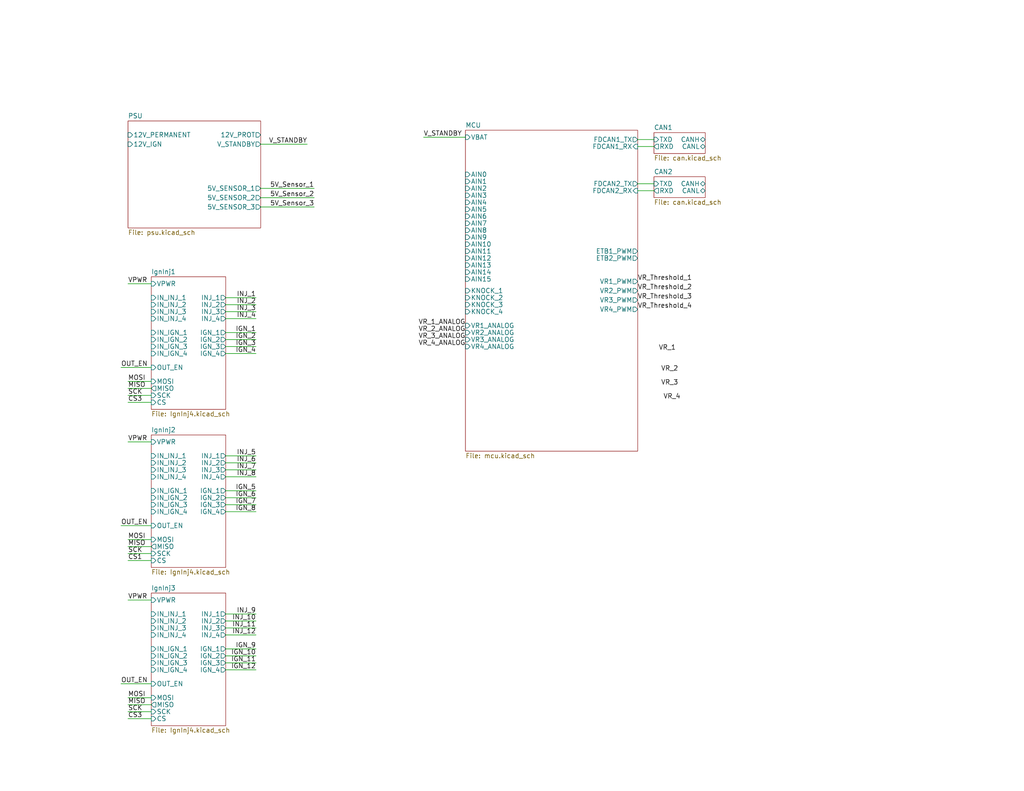
<source format=kicad_sch>
(kicad_sch (version 20210406) (generator eeschema)
  (paper "A")
  (title_block (title "rusEFI ATLAS") (rev "a") (company "rusEFI") (comment 1 "github.com/mck1117/atlas"))
  (lib_symbols
    (symbol "hellen-vr:Module-vr-discrete-0.1"
      (property "Reference" "M" (at 1.27 1.27 0))
      (property "Value" "Module-vr-discrete-0.1" (at 16.51 -16.51 0))
      (symbol "Module-vr-discrete-0.1_1_0"
        (rectangle (start 0 0) (end 33.02 -15.24) (fill (type background)))
        (pin passive line (at 40.64 -12.7 180) (length 7.62) (name "Thresh_IN") (number "E1"))
        (pin passive line (at 40.64 -7.62 180) (length 7.62) (name "OUT_A") (number "E2"))
        (pin passive line (at 40.64 -2.54 180) (length 7.62) (name "OUT") (number "E3"))
        (pin passive line (at -7.62 -10.16 0) (length 7.62) (name "V5_IN") (number "E4"))
        (pin passive line (at -7.62 -12.7 0) (length 7.62) (name "GND") (number "G"))
        (pin passive line (at -7.62 -5.08 0) (length 7.62) (name "VR-") (number "W1"))
        (pin passive line (at -7.62 -2.54 0) (length 7.62) (name "VR+") (number "W2"))
      )
    )
    (symbol "power:+5V" (power) (pin_names (offset 0))
      (property "Value" "+5V" (at 0 3.556 0))
      (symbol "+5V_0_1"
        (polyline (pts (xy -0.762 1.27) (xy 0 2.54)))
        (polyline (pts (xy 0 0) (xy 0 2.54)))
        (polyline (pts (xy 0 2.54) (xy 0.762 1.27)))
      )
      (symbol "+5V_1_1"
        (pin power_in line (at 0 0 90) (length 0) hide (name "+5V") (number "1"))
      )
    )
    (symbol "power:GND" (power) (pin_names (offset 0))
      (property "Value" "GND" (at 0 -3.81 0))
      (symbol "GND_0_1"
        (polyline (pts (xy 0 0) (xy 0 -1.27) (xy 1.27 -1.27) (xy 0 -2.54) (xy -1.27 -1.27) (xy 0 -1.27)))
      )
      (symbol "GND_1_1"
        (pin power_in line (at 0 0 270) (length 0) hide (name "GND") (number "1"))
      )
    )
  )
  (wire (pts (xy -82.55 -3.81) (xy -69.215 -3.81)))
  (wire (pts (xy -66.675 63.5) (xy -52.07 63.5)))
  (wire (pts (xy -66.675 81.28) (xy -52.07 81.28)))
  (wire (pts (xy -66.675 99.06) (xy -52.07 99.06)))
  (wire (pts (xy -66.675 116.84) (xy -52.07 116.84)))
  (wire (pts (xy -66.675 134.62) (xy -52.07 134.62)))
  (wire (pts (xy -66.675 156.21) (xy -52.07 156.21)))
  (wire (pts (xy -66.675 175.895) (xy -52.07 175.895)))
  (wire (pts (xy -65.405 144.78) (xy -52.07 144.78)))
  (wire (pts (xy -65.405 164.465) (xy -52.07 164.465)))
  (wire (pts (xy 33.02 100.33) (xy 41.275 100.33)))
  (wire (pts (xy 33.02 143.51) (xy 41.275 143.51)))
  (wire (pts (xy 33.02 186.69) (xy 41.275 186.69)))
  (wire (pts (xy 34.925 77.47) (xy 41.275 77.47)))
  (wire (pts (xy 34.925 104.14) (xy 41.275 104.14)))
  (wire (pts (xy 34.925 106.045) (xy 41.275 106.045)))
  (wire (pts (xy 34.925 107.95) (xy 41.275 107.95)))
  (wire (pts (xy 34.925 109.855) (xy 41.275 109.855)))
  (wire (pts (xy 34.925 120.65) (xy 41.275 120.65)))
  (wire (pts (xy 34.925 147.32) (xy 41.275 147.32)))
  (wire (pts (xy 34.925 149.225) (xy 41.275 149.225)))
  (wire (pts (xy 34.925 151.13) (xy 41.275 151.13)))
  (wire (pts (xy 34.925 153.035) (xy 41.275 153.035)))
  (wire (pts (xy 34.925 163.83) (xy 41.275 163.83)))
  (wire (pts (xy 34.925 190.5) (xy 41.275 190.5)))
  (wire (pts (xy 34.925 192.405) (xy 41.275 192.405)))
  (wire (pts (xy 34.925 194.31) (xy 41.275 194.31)))
  (wire (pts (xy 34.925 196.215) (xy 41.275 196.215)))
  (wire (pts (xy 61.595 81.28) (xy 69.85 81.28)))
  (wire (pts (xy 61.595 83.185) (xy 69.85 83.185)))
  (wire (pts (xy 61.595 85.09) (xy 69.85 85.09)))
  (wire (pts (xy 61.595 86.995) (xy 69.85 86.995)))
  (wire (pts (xy 61.595 90.805) (xy 69.85 90.805)))
  (wire (pts (xy 61.595 92.71) (xy 69.85 92.71)))
  (wire (pts (xy 61.595 94.615) (xy 69.85 94.615)))
  (wire (pts (xy 61.595 96.52) (xy 69.85 96.52)))
  (wire (pts (xy 61.595 124.46) (xy 69.85 124.46)))
  (wire (pts (xy 61.595 126.365) (xy 69.85 126.365)))
  (wire (pts (xy 61.595 128.27) (xy 69.85 128.27)))
  (wire (pts (xy 61.595 130.175) (xy 69.85 130.175)))
  (wire (pts (xy 61.595 133.985) (xy 69.85 133.985)))
  (wire (pts (xy 61.595 135.89) (xy 69.85 135.89)))
  (wire (pts (xy 61.595 137.795) (xy 69.85 137.795)))
  (wire (pts (xy 61.595 139.7) (xy 69.85 139.7)))
  (wire (pts (xy 61.595 167.64) (xy 69.85 167.64)))
  (wire (pts (xy 61.595 169.545) (xy 69.85 169.545)))
  (wire (pts (xy 61.595 171.45) (xy 69.85 171.45)))
  (wire (pts (xy 61.595 173.355) (xy 69.85 173.355)))
  (wire (pts (xy 61.595 177.165) (xy 69.85 177.165)))
  (wire (pts (xy 61.595 179.07) (xy 69.85 179.07)))
  (wire (pts (xy 61.595 180.975) (xy 69.85 180.975)))
  (wire (pts (xy 61.595 182.88) (xy 69.85 182.88)))
  (wire (pts (xy 71.12 39.37) (xy 83.82 39.37)))
  (wire (pts (xy 71.12 51.435) (xy 85.725 51.435)))
  (wire (pts (xy 71.12 53.975) (xy 85.725 53.975)))
  (wire (pts (xy 71.12 56.515) (xy 85.725 56.515)))
  (wire (pts (xy 115.57 37.465) (xy 127 37.465)))
  (wire (pts (xy 173.99 38.1) (xy 178.435 38.1)))
  (wire (pts (xy 173.99 40.005) (xy 178.435 40.005)))
  (wire (pts (xy 173.99 50.165) (xy 178.435 50.165)))
  (wire (pts (xy 173.99 52.07) (xy 178.435 52.07)))
  (label "5V_Sensor_1" (at -82.55 -3.81 0))
  (label "Analog_Select" (at -66.675 63.5 0))
  (label "Analog_Select" (at -66.675 81.28 0))
  (label "Analog_Select" (at -66.675 99.06 0))
  (label "Analog_Select" (at -66.675 116.84 0))
  (label "Analog_Select" (at -66.675 134.62 0))
  (label "Analog_Select" (at -66.675 156.21 0))
  (label "Analog_Select" (at -66.675 175.895 0))
  (label "5V_Sensor_1" (at -65.405 144.78 0))
  (label "5V_Sensor_1" (at -65.405 164.465 0))
  (label "OUT_EN" (at 33.02 100.33 0))
  (label "OUT_EN" (at 33.02 143.51 0))
  (label "OUT_EN" (at 33.02 186.69 0))
  (label "VPWR" (at 34.925 77.47 0))
  (label "MOSI" (at 34.925 104.14 0))
  (label "MISO" (at 34.925 106.045 0))
  (label "SCK" (at 34.925 107.95 0))
  (label "CS3" (at 34.925 109.855 0))
  (label "VPWR" (at 34.925 120.65 0))
  (label "MOSI" (at 34.925 147.32 0))
  (label "MISO" (at 34.925 149.225 0))
  (label "SCK" (at 34.925 151.13 0))
  (label "CS1" (at 34.925 153.035 0))
  (label "VPWR" (at 34.925 163.83 0))
  (label "MOSI" (at 34.925 190.5 0))
  (label "MISO" (at 34.925 192.405 0))
  (label "SCK" (at 34.925 194.31 0))
  (label "CS3" (at 34.925 196.215 0))
  (label "INJ_1" (at 69.85 81.28 180))
  (label "INJ_2" (at 69.85 83.185 180))
  (label "INJ_3" (at 69.85 85.09 180))
  (label "INJ_4" (at 69.85 86.995 180))
  (label "IGN_1" (at 69.85 90.805 180))
  (label "IGN_2" (at 69.85 92.71 180))
  (label "IGN_3" (at 69.85 94.615 180))
  (label "IGN_4" (at 69.85 96.52 180))
  (label "INJ_5" (at 69.85 124.46 180))
  (label "INJ_6" (at 69.85 126.365 180))
  (label "INJ_7" (at 69.85 128.27 180))
  (label "INJ_8" (at 69.85 130.175 180))
  (label "IGN_5" (at 69.85 133.985 180))
  (label "IGN_6" (at 69.85 135.89 180))
  (label "IGN_7" (at 69.85 137.795 180))
  (label "IGN_8" (at 69.85 139.7 180))
  (label "INJ_9" (at 69.85 167.64 180))
  (label "INJ_10" (at 69.85 169.545 180))
  (label "INJ_11" (at 69.85 171.45 180))
  (label "INJ_12" (at 69.85 173.355 180))
  (label "IGN_9" (at 69.85 177.165 180))
  (label "IGN_10" (at 69.85 179.07 180))
  (label "IGN_11" (at 69.85 180.975 180))
  (label "IGN_12" (at 69.85 182.88 180))
  (label "V_STANDBY" (at 83.82 39.37 180))
  (label "5V_Sensor_1" (at 85.725 51.435 180))
  (label "5V_Sensor_2" (at 85.725 53.975 180))
  (label "5V_Sensor_3" (at 85.725 56.515 180))
  (label "V_STANDBY" (at 115.57 37.465 0))
  (label "VR_1_ANALOG" (at 127 88.9 180))
  (label "VR_2_ANALOG" (at 127 90.805 180))
  (label "VR_3_ANALOG" (at 127 92.71 180))
  (label "VR_4_ANALOG" (at 127 94.615 180))
  (label "VR_Threshold_1" (at 173.99 76.835 0))
  (label "VR_Threshold_2" (at 173.99 79.375 0))
  (label "VR_Threshold_3" (at 173.99 81.915 0))
  (label "VR_Threshold_4" (at 173.99 84.455 0))
  (label "VR_1" (at 179.705 95.885 0))
  (label "VR_2" (at 180.34 101.6 0))
  (label "VR_3" (at 180.34 105.41 0))
  (label "VR_4" (at 180.975 109.22 0))
  (label "VR_1" (at 363.855 26.67 0))
  (label "VR_1_ANALOG" (at 363.855 31.75 0))
  (label "VR_Threshold_1" (at 363.855 36.83 0))
  (label "VR_2" (at 363.855 48.895 0))
  (label "VR_2_ANALOG" (at 363.855 53.975 0))
  (label "VR_Threshold_2" (at 363.855 59.055 0))
  (label "VR_3" (at 363.855 69.85 0))
  (label "VR_3_ANALOG" (at 363.855 74.93 0))
  (label "VR_Threshold_3" (at 363.855 80.01 0))
  (label "VR_4" (at 363.855 92.71 0))
  (label "VR_4_ANALOG" (at 363.855 97.79 0))
  (label "VR_Threshold_4" (at 363.855 102.87 0))
  (symbol (lib_id "power:+5V") (at 315.595 34.29 90) (unit 1)
    (property "Reference" "#PWR0102" (effects hide))
    (property "Value" "+5V" (at 312.42 34.2899 90) (effects (justify left)))
  )
  (symbol (lib_id "power:+5V") (at 315.595 56.515 90) (unit 1)
    (property "Reference" "#PWR0104" (effects hide))
    (property "Value" "+5V" (at 312.42 56.5149 90) (effects (justify left)))
  )
  (symbol (lib_id "power:+5V") (at 315.595 77.47 90) (unit 1)
    (property "Reference" "#PWR0106" (effects hide))
    (property "Value" "+5V" (at 312.42 77.4699 90) (effects (justify left)))
  )
  (symbol (lib_id "power:+5V") (at 315.595 100.33 90) (unit 1)
    (property "Reference" "#PWR0108" (effects hide))
    (property "Value" "+5V" (at 312.42 100.3299 90) (effects (justify left)))
  )
  (symbol (lib_id "power:GND") (at 315.595 36.83 270) (unit 1)
    (property "Reference" "#PWR0101" (effects hide))
    (property "Value" "GND" (effects hide))
  )
  (symbol (lib_id "power:GND") (at 315.595 59.055 270) (unit 1)
    (property "Reference" "#PWR0103" (effects hide))
    (property "Value" "GND" (effects hide))
  )
  (symbol (lib_id "power:GND") (at 315.595 80.01 270) (unit 1)
    (property "Reference" "#PWR0105" (effects hide))
    (property "Value" "GND" (effects hide))
  )
  (symbol (lib_id "power:GND") (at 315.595 102.87 270) (unit 1)
    (property "Reference" "#PWR0107" (effects hide))
    (property "Value" "GND" (effects hide))
  )
  (symbol (lib_id "hellen-vr:Module-vr-discrete-0.1") (at 323.215 24.13 0) (unit 1)
    (property "Reference" "M101" (at 339.725 20.32 0))
    (property "Value" "Module-vr-discrete-0.1" (at 339.725 22.86 0))
    (property "Footprint" "hellen-one-vr-discrete-0.1:vr-discrete" (effects hide))
  )
  (symbol (lib_id "hellen-vr:Module-vr-discrete-0.1") (at 323.215 46.355 0) (unit 1)
    (property "Reference" "M102" (at 339.725 42.545 0))
    (property "Value" "Module-vr-discrete-0.1" (at 339.725 45.085 0))
    (property "Footprint" "hellen-one-vr-discrete-0.1:vr-discrete" (effects hide))
  )
  (symbol (lib_id "hellen-vr:Module-vr-discrete-0.1") (at 323.215 67.31 0) (unit 1)
    (property "Reference" "M103" (at 339.725 63.5 0))
    (property "Value" "Module-vr-discrete-0.1" (at 339.725 66.04 0))
    (property "Footprint" "hellen-one-vr-discrete-0.1:vr-discrete" (effects hide))
  )
  (symbol (lib_id "hellen-vr:Module-vr-discrete-0.1") (at 323.215 90.17 0) (unit 1)
    (property "Reference" "M104" (at 339.725 86.36 0))
    (property "Value" "Module-vr-discrete-0.1" (at 339.725 88.9 0))
    (property "Footprint" "hellen-one-vr-discrete-0.1:vr-discrete" (effects hide))
  )
  (sheet (at 178.435 36.195) (size 13.97 5.715) (stroke (width 0.0006))
    (property "Sheet name" "CAN1" (at 178.435 35.5593 0) (effects (justify left bottom)))
    (property "Sheet file" "can.kicad_sch" (at 178.435 42.4187 0) (effects (justify left top)))
    (pin "TXD" input (at 178.435 38.1 180))
    (pin "CANL" bidirectional (at 192.405 40.005 0))
    (pin "RXD" output (at 178.435 40.005 180))
    (pin "CANH" bidirectional (at 192.405 38.1 0))
  )
  (sheet (at 178.435 48.26) (size 13.97 5.715) (stroke (width 0.0006))
    (property "Sheet name" "CAN2" (at 178.435 47.6243 0) (effects (justify left bottom)))
    (property "Sheet file" "can.kicad_sch" (at 178.435 54.4837 0) (effects (justify left top)))
    (pin "TXD" input (at 178.435 50.165 180))
    (pin "CANL" bidirectional (at 192.405 52.07 0))
    (pin "RXD" output (at 178.435 52.07 180))
    (pin "CANH" bidirectional (at 192.405 50.165 0))
  )
  (sheet (at -69.215 -5.715) (size 30.48 38.1) (stroke (width 0.0006))
    (property "Sheet name" "DigitalIn" (at -69.215 -6.3507 0) (effects (justify left bottom)))
    (property "Sheet file" "digital_in.kicad_sch" (at -69.215 32.8937 0) (effects (justify left top)))
    (pin "5V_PULLUP" input (at -69.215 -3.81 180))
    (pin "DIGITAL_IN_12" input (at -69.215 30.48 180))
    (pin "DIGITAL_8" output (at -38.735 20.32 0))
    (pin "DIGITAL_11" output (at -38.735 27.94 0))
    (pin "DIGITAL_12" output (at -38.735 30.48 0))
    (pin "DIGITAL_9" output (at -38.735 22.86 0))
    (pin "DIGITAL_10" output (at -38.735 25.4 0))
    (pin "DIGITAL_IN_11" input (at -69.215 27.94 180))
    (pin "DIGITAL_7" output (at -38.735 17.78 0))
    (pin "DIGITAL_IN_9" input (at -69.215 22.86 180))
    (pin "DIGITAL_IN_10" input (at -69.215 25.4 180))
    (pin "DIGITAL_6" output (at -38.735 15.24 0))
    (pin "DIGITAL_5" output (at -38.735 12.7 0))
    (pin "DIGITAL_IN_2" input (at -69.215 5.08 180))
    (pin "DIGITAL_IN_3" input (at -69.215 7.62 180))
    (pin "DIGITAL_IN_1" input (at -69.215 2.54 180))
    (pin "DIGITAL_IN_4" input (at -69.215 10.16 180))
    (pin "DIGITAL_4" output (at -38.735 10.16 0))
    (pin "DIGITAL_IN_8" input (at -69.215 20.32 180))
    (pin "DIGITAL_2" output (at -38.735 5.08 0))
    (pin "DIGITAL_1" output (at -38.735 2.54 0))
    (pin "DIGITAL_3" output (at -38.735 7.62 0))
    (pin "DIGITAL_IN_6" input (at -69.215 15.24 180))
    (pin "DIGITAL_IN_7" input (at -69.215 17.78 180))
    (pin "DIGITAL_IN_5" input (at -69.215 12.7 180))
  )
  (sheet (at 41.275 75.565) (size 20.32 36.195) (stroke (width 0.0006))
    (property "Sheet name" "IgnInj1" (at 41.275 74.9293 0) (effects (justify left bottom)))
    (property "Sheet file" "IgnInj4.kicad_sch" (at 41.275 112.2687 0) (effects (justify left top)))
    (pin "IGN_3" output (at 61.595 94.615 0))
    (pin "IGN_4" output (at 61.595 96.52 0))
    (pin "INJ_2" output (at 61.595 83.185 0))
    (pin "INJ_1" output (at 61.595 81.28 0))
    (pin "INJ_3" output (at 61.595 85.09 0))
    (pin "IGN_1" output (at 61.595 90.805 0))
    (pin "INJ_4" output (at 61.595 86.995 0))
    (pin "IGN_2" output (at 61.595 92.71 0))
    (pin "MISO" output (at 41.275 106.045 180))
    (pin "MOSI" input (at 41.275 104.14 180))
    (pin "SCK" input (at 41.275 107.95 180))
    (pin "CS" input (at 41.275 109.855 180))
    (pin "IN_INJ_2" input (at 41.275 83.185 180))
    (pin "IN_INJ_1" input (at 41.275 81.28 180))
    (pin "IN_INJ_4" input (at 41.275 86.995 180))
    (pin "IN_INJ_3" input (at 41.275 85.09 180))
    (pin "IN_IGN_1" input (at 41.275 90.805 180))
    (pin "IN_IGN_3" input (at 41.275 94.615 180))
    (pin "IN_IGN_2" input (at 41.275 92.71 180))
    (pin "IN_IGN_4" input (at 41.275 96.52 180))
    (pin "VPWR" input (at 41.275 77.47 180))
    (pin "OUT_EN" input (at 41.275 100.33 180))
  )
  (sheet (at 41.275 118.745) (size 20.32 36.195) (stroke (width 0.0006))
    (property "Sheet name" "IgnInj2" (at 41.275 118.1093 0) (effects (justify left bottom)))
    (property "Sheet file" "IgnInj4.kicad_sch" (at 41.275 155.4487 0) (effects (justify left top)))
    (pin "IGN_3" output (at 61.595 137.795 0))
    (pin "IGN_4" output (at 61.595 139.7 0))
    (pin "INJ_2" output (at 61.595 126.365 0))
    (pin "INJ_1" output (at 61.595 124.46 0))
    (pin "INJ_3" output (at 61.595 128.27 0))
    (pin "IGN_1" output (at 61.595 133.985 0))
    (pin "INJ_4" output (at 61.595 130.175 0))
    (pin "IGN_2" output (at 61.595 135.89 0))
    (pin "MISO" output (at 41.275 149.225 180))
    (pin "MOSI" input (at 41.275 147.32 180))
    (pin "SCK" input (at 41.275 151.13 180))
    (pin "CS" input (at 41.275 153.035 180))
    (pin "IN_INJ_2" input (at 41.275 126.365 180))
    (pin "IN_INJ_1" input (at 41.275 124.46 180))
    (pin "IN_INJ_4" input (at 41.275 130.175 180))
    (pin "IN_INJ_3" input (at 41.275 128.27 180))
    (pin "IN_IGN_1" input (at 41.275 133.985 180))
    (pin "IN_IGN_3" input (at 41.275 137.795 180))
    (pin "IN_IGN_2" input (at 41.275 135.89 180))
    (pin "IN_IGN_4" input (at 41.275 139.7 180))
    (pin "VPWR" input (at 41.275 120.65 180))
    (pin "OUT_EN" input (at 41.275 143.51 180))
  )
  (sheet (at 41.275 161.925) (size 20.32 36.195) (stroke (width 0.0006))
    (property "Sheet name" "IgnInj3" (at 41.275 161.2893 0) (effects (justify left bottom)))
    (property "Sheet file" "IgnInj4.kicad_sch" (at 41.275 198.6287 0) (effects (justify left top)))
    (pin "IGN_3" output (at 61.595 180.975 0))
    (pin "IGN_4" output (at 61.595 182.88 0))
    (pin "INJ_2" output (at 61.595 169.545 0))
    (pin "INJ_1" output (at 61.595 167.64 0))
    (pin "INJ_3" output (at 61.595 171.45 0))
    (pin "IGN_1" output (at 61.595 177.165 0))
    (pin "INJ_4" output (at 61.595 173.355 0))
    (pin "IGN_2" output (at 61.595 179.07 0))
    (pin "MISO" output (at 41.275 192.405 180))
    (pin "MOSI" input (at 41.275 190.5 180))
    (pin "SCK" input (at 41.275 194.31 180))
    (pin "CS" input (at 41.275 196.215 180))
    (pin "IN_INJ_2" input (at 41.275 169.545 180))
    (pin "IN_INJ_1" input (at 41.275 167.64 180))
    (pin "IN_INJ_4" input (at 41.275 173.355 180))
    (pin "IN_INJ_3" input (at 41.275 171.45 180))
    (pin "IN_IGN_1" input (at 41.275 177.165 180))
    (pin "IN_IGN_3" input (at 41.275 180.975 180))
    (pin "IN_IGN_2" input (at 41.275 179.07 180))
    (pin "IN_IGN_4" input (at 41.275 182.88 180))
    (pin "VPWR" input (at 41.275 163.83 180))
    (pin "OUT_EN" input (at 41.275 186.69 180))
  )
  (sheet (at 127 35.56) (size 46.99 87.63) (stroke (width 0.0006))
    (property "Sheet name" "MCU" (at 127 34.9243 0) (effects (justify left bottom)))
    (property "Sheet file" "mcu.kicad_sch" (at 127 123.6987 0) (effects (justify left top)))
    (pin "FDCAN1_RX" input (at 173.99 40.005 0))
    (pin "FDCAN1_TX" output (at 173.99 38.1 0))
    (pin "FDCAN2_TX" output (at 173.99 50.165 0))
    (pin "FDCAN2_RX" input (at 173.99 52.07 0))
    (pin "VBAT" input (at 127 37.465 180))
    (pin "AIN8" input (at 127 62.865 180))
    (pin "AIN9" input (at 127 64.77 180))
    (pin "AIN0" input (at 127 47.625 180))
    (pin "AIN1" input (at 127 49.53 180))
    (pin "AIN2" input (at 127 51.435 180))
    (pin "AIN3" input (at 127 53.34 180))
    (pin "AIN4" input (at 127 55.245 180))
    (pin "AIN5" input (at 127 57.15 180))
    (pin "AIN6" input (at 127 59.055 180))
    (pin "AIN7" input (at 127 60.96 180))
    (pin "AIN10" input (at 127 66.675 180))
    (pin "AIN11" input (at 127 68.58 180))
    (pin "AIN12" input (at 127 70.485 180))
    (pin "AIN13" input (at 127 72.39 180))
    (pin "AIN14" input (at 127 74.295 180))
    (pin "AIN15" input (at 127 76.2 180))
    (pin "ETB1_PWM" output (at 173.99 68.58 0))
    (pin "ETB2_PWM" output (at 173.99 70.485 0))
    (pin "VR1_PWM" output (at 173.99 76.835 0))
    (pin "VR2_PWM" output (at 173.99 79.375 0))
    (pin "VR3_PWM" output (at 173.99 81.915 0))
    (pin "VR4_PWM" output (at 173.99 84.455 0))
    (pin "KNOCK_1" input (at 127 79.375 180))
    (pin "KNOCK_2" input (at 127 81.28 180))
    (pin "KNOCK_3" input (at 127 83.185 180))
    (pin "VR1_ANALOG" input (at 127 88.9 180))
    (pin "VR2_ANALOG" input (at 127 90.805 180))
    (pin "KNOCK_4" input (at 127 85.09 180))
    (pin "VR3_ANALOG" input (at 127 92.71 180))
    (pin "VR4_ANALOG" input (at 127 94.615 180))
  )
  (sheet (at 34.925 33.02) (size 36.195 29.21) (stroke (width 0.0006))
    (property "Sheet name" "PSU" (at 34.925 32.3843 0) (effects (justify left bottom)))
    (property "Sheet file" "psu.kicad_sch" (at 34.925 62.7387 0) (effects (justify left top)))
    (pin "12V_PERMANENT" input (at 34.925 36.83 180))
    (pin "12V_IGN" input (at 34.925 39.37 180))
    (pin "12V_PROT" output (at 71.12 36.83 0))
    (pin "5V_SENSOR_1" output (at 71.12 51.435 0))
    (pin "5V_SENSOR_3" output (at 71.12 56.515 0))
    (pin "5V_SENSOR_2" output (at 71.12 53.975 0))
    (pin "V_STANDBY" output (at 71.12 39.37 0))
  )
  (sheet (at -52.07 53.34) (size 16.51 12.065) (stroke (width 0.0006))
    (property "Sheet name" "QuadAnalog1" (at -52.07 52.7043 0) (effects (justify left bottom)))
    (property "Sheet file" "quad_analog.kicad_sch" (at -52.07 65.9137 0) (effects (justify left top)))
    (pin "IN1" input (at -52.07 54.61 180))
    (pin "IN2" input (at -52.07 56.515 180))
    (pin "IN3" input (at -52.07 58.42 180))
    (pin "IN4" input (at -52.07 60.325 180))
    (pin "OUT34" output (at -35.56 60.325 0))
    (pin "ANALOG_SEL" input (at -52.07 63.5 180))
    (pin "OUT12" output (at -35.56 54.61 0))
  )
  (sheet (at -52.07 71.12) (size 16.51 12.065) (stroke (width 0.0006))
    (property "Sheet name" "QuadAnalog2" (at -52.07 70.4843 0) (effects (justify left bottom)))
    (property "Sheet file" "quad_analog.kicad_sch" (at -52.07 83.6937 0) (effects (justify left top)))
    (pin "IN1" input (at -52.07 72.39 180))
    (pin "IN2" input (at -52.07 74.295 180))
    (pin "IN3" input (at -52.07 76.2 180))
    (pin "IN4" input (at -52.07 78.105 180))
    (pin "OUT34" output (at -35.56 78.105 0))
    (pin "ANALOG_SEL" input (at -52.07 81.28 180))
    (pin "OUT12" output (at -35.56 72.39 0))
  )
  (sheet (at -52.07 88.9) (size 16.51 12.065) (stroke (width 0.0006))
    (property "Sheet name" "QuadAnalog3" (at -52.07 88.2643 0) (effects (justify left bottom)))
    (property "Sheet file" "quad_analog.kicad_sch" (at -52.07 101.4737 0) (effects (justify left top)))
    (pin "IN1" input (at -52.07 90.17 180))
    (pin "IN2" input (at -52.07 92.075 180))
    (pin "IN3" input (at -52.07 93.98 180))
    (pin "IN4" input (at -52.07 95.885 180))
    (pin "OUT34" output (at -35.56 95.885 0))
    (pin "ANALOG_SEL" input (at -52.07 99.06 180))
    (pin "OUT12" output (at -35.56 90.17 0))
  )
  (sheet (at -52.07 106.68) (size 16.51 12.065) (stroke (width 0.0006))
    (property "Sheet name" "QuadAnalog4" (at -52.07 106.0443 0) (effects (justify left bottom)))
    (property "Sheet file" "quad_analog.kicad_sch" (at -52.07 119.2537 0) (effects (justify left top)))
    (pin "IN1" input (at -52.07 107.95 180))
    (pin "IN2" input (at -52.07 109.855 180))
    (pin "IN3" input (at -52.07 111.76 180))
    (pin "IN4" input (at -52.07 113.665 180))
    (pin "OUT34" output (at -35.56 113.665 0))
    (pin "ANALOG_SEL" input (at -52.07 116.84 180))
    (pin "OUT12" output (at -35.56 107.95 0))
  )
  (sheet (at -52.07 124.46) (size 16.51 12.065) (stroke (width 0.0006))
    (property "Sheet name" "QuadAnalog5" (at -52.07 123.8243 0) (effects (justify left bottom)))
    (property "Sheet file" "quad_analog.kicad_sch" (at -52.07 137.0337 0) (effects (justify left top)))
    (pin "IN1" input (at -52.07 125.73 180))
    (pin "IN2" input (at -52.07 127.635 180))
    (pin "IN3" input (at -52.07 129.54 180))
    (pin "IN4" input (at -52.07 131.445 180))
    (pin "OUT34" output (at -35.56 131.445 0))
    (pin "ANALOG_SEL" input (at -52.07 134.62 180))
    (pin "OUT12" output (at -35.56 125.73 0))
  )
  (sheet (at -52.07 143.51) (size 17.145 13.97) (stroke (width 0.0006))
    (property "Sheet name" "QuadAnalog6" (at -52.07 142.8743 0) (effects (justify left bottom)))
    (property "Sheet file" "quad_analog_pullup.kicad_sch" (at -52.07 157.9887 0) (effects (justify left top)))
    (pin "IN1" input (at -52.07 147.32 180))
    (pin "IN2" input (at -52.07 149.225 180))
    (pin "IN3" input (at -52.07 151.13 180))
    (pin "IN4" input (at -52.07 153.035 180))
    (pin "OUT34" output (at -34.925 151.13 0))
    (pin "ANALOG_SEL" input (at -52.07 156.21 180))
    (pin "OUT12" output (at -34.925 149.225 0))
    (pin "V_PULLUP" input (at -52.07 144.78 180))
  )
  (sheet (at -52.07 163.195) (size 17.145 13.97) (stroke (width 0.0006))
    (property "Sheet name" "QuadAnalog7" (at -52.07 162.5593 0) (effects (justify left bottom)))
    (property "Sheet file" "quad_analog_pullup.kicad_sch" (at -52.07 177.6737 0) (effects (justify left top)))
    (pin "IN1" input (at -52.07 167.005 180))
    (pin "IN2" input (at -52.07 168.91 180))
    (pin "IN3" input (at -52.07 170.815 180))
    (pin "IN4" input (at -52.07 172.72 180))
    (pin "OUT34" output (at -34.925 170.815 0))
    (pin "ANALOG_SEL" input (at -52.07 175.895 180))
    (pin "OUT12" output (at -34.925 168.91 0))
    (pin "V_PULLUP" input (at -52.07 164.465 180))
  )
)
</source>
